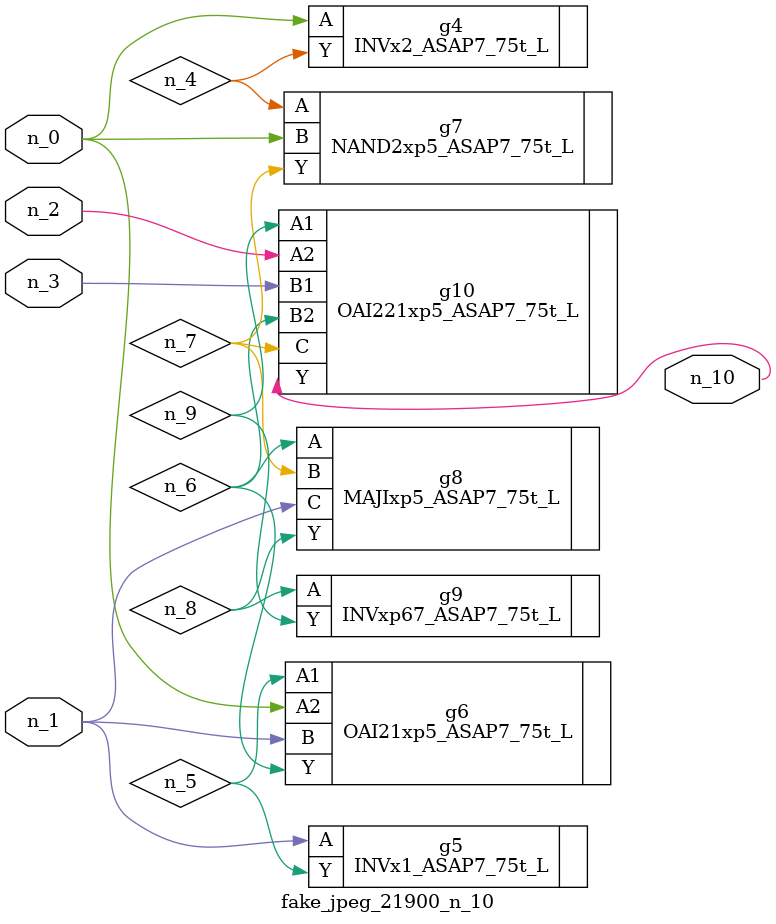
<source format=v>
module fake_jpeg_21900_n_10 (n_0, n_3, n_2, n_1, n_10);

input n_0;
input n_3;
input n_2;
input n_1;

output n_10;

wire n_4;
wire n_8;
wire n_9;
wire n_6;
wire n_5;
wire n_7;

INVx2_ASAP7_75t_L g4 ( 
.A(n_0),
.Y(n_4)
);

INVx1_ASAP7_75t_L g5 ( 
.A(n_1),
.Y(n_5)
);

OAI21xp5_ASAP7_75t_L g6 ( 
.A1(n_5),
.A2(n_0),
.B(n_1),
.Y(n_6)
);

MAJIxp5_ASAP7_75t_L g8 ( 
.A(n_6),
.B(n_7),
.C(n_1),
.Y(n_8)
);

NAND2xp5_ASAP7_75t_L g7 ( 
.A(n_4),
.B(n_0),
.Y(n_7)
);

INVxp67_ASAP7_75t_L g9 ( 
.A(n_8),
.Y(n_9)
);

OAI221xp5_ASAP7_75t_L g10 ( 
.A1(n_9),
.A2(n_2),
.B1(n_3),
.B2(n_6),
.C(n_7),
.Y(n_10)
);


endmodule
</source>
